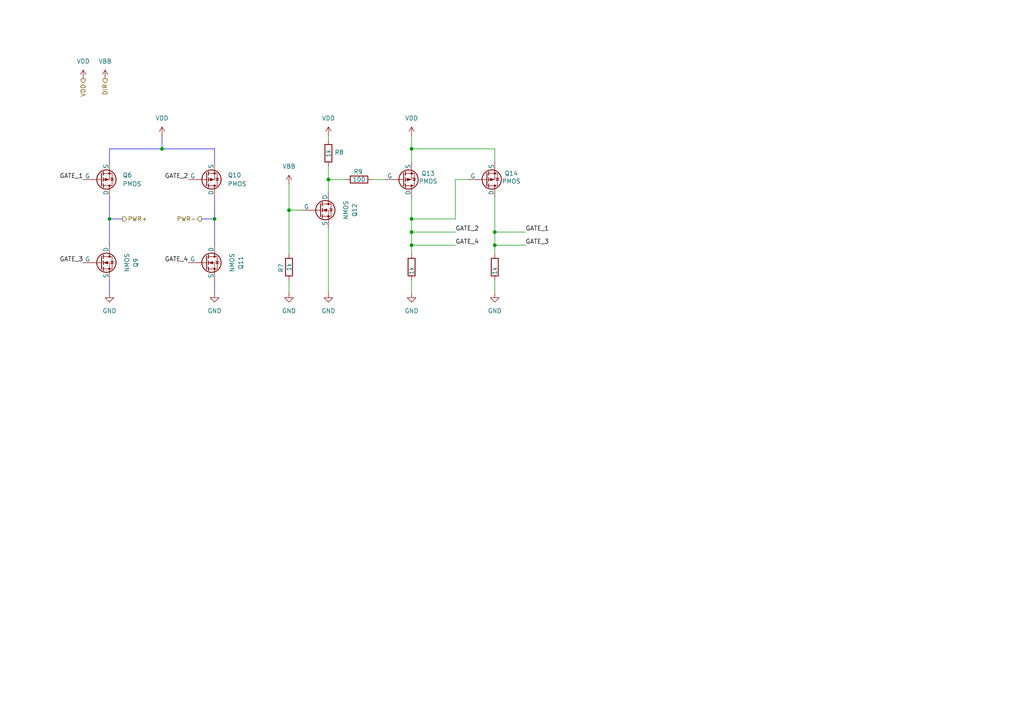
<source format=kicad_sch>
(kicad_sch (version 20250114) (generator "eeschema") (generator_version "9.0")
  (paper "A4")
  (lib_symbols
    (symbol "Device:R" (pin_numbers (hide yes)) (pin_names (offset 0))
      (property "Reference" "R" (at 2.032 0 90))
      (property "Value" "R" (at 0 0 90))
      (symbol "R_0_1"
        (rectangle (start -1.016 -2.54) (end 1.016 2.54) (stroke (width 0.254)))
      )
      (symbol "R_1_1"
        (pin passive line (at 0 3.81 270) (length 1.27) (name "~") (number "1"))
        (pin passive line (at 0 -3.81 90) (length 1.27) (name "~") (number "2"))
      )
    )
    (symbol "Simulation_SPICE:NMOS" (pin_numbers (hide yes)) (pin_names (offset 0))
      (property "Reference" "Q" (at 5.08 1.27 0))
      (property "Value" "NMOS" (at 5.08 -1.27 0))
      (symbol "NMOS_0_1"
        (polyline (pts (xy 0.254 1.905) (xy 0.254 -1.905)) (stroke (width 0.254)))
        (polyline (pts (xy 0.254 0) (xy -2.54 0)))
        (polyline (pts (xy 0.762 2.286) (xy 0.762 1.27)) (stroke (width 0.254)))
        (polyline (pts (xy 0.762 0.508) (xy 0.762 -0.508)) (stroke (width 0.254)))
        (polyline (pts (xy 0.762 -1.27) (xy 0.762 -2.286)) (stroke (width 0.254)))
        (polyline (pts (xy 0.762 -1.778) (xy 3.302 -1.778) (xy 3.302 1.778) (xy 0.762 1.778)))
        (polyline (pts (xy 1.016 0) (xy 2.032 0.381) (xy 2.032 -0.381) (xy 1.016 0)) (fill (type outline)))
        (circle (center 1.651 0) (radius 2.794) (stroke (width 0.254)))
        (polyline (pts (xy 2.54 2.54) (xy 2.54 1.778)))
        (circle (center 2.54 1.778) (radius 0.254) (fill (type outline)))
        (circle (center 2.54 -1.778) (radius 0.254) (fill (type outline)))
        (polyline (pts (xy 2.54 -2.54) (xy 2.54 0) (xy 0.762 0)))
        (polyline (pts (xy 2.794 0.508) (xy 2.921 0.381) (xy 3.683 0.381) (xy 3.81 0.254)))
        (polyline (pts (xy 3.302 0.381) (xy 2.921 -0.254) (xy 3.683 -0.254) (xy 3.302 0.381)))
      )
      (symbol "NMOS_1_1"
        (pin input line (at -5.08 0 0) (length 2.54) (name "G") (number "2"))
        (pin passive line (at 2.54 5.08 270) (length 2.54) (name "D") (number "1"))
        (pin passive line (at 2.54 -5.08 90) (length 2.54) (name "S") (number "3"))
      )
    )
    (symbol "Simulation_SPICE:PMOS" (pin_numbers (hide yes)) (pin_names (offset 0))
      (property "Reference" "Q" (at 5.08 1.27 0))
      (property "Value" "PMOS" (at 5.08 -1.27 0))
      (symbol "PMOS_0_1"
        (polyline (pts (xy 0.254 1.905) (xy 0.254 -1.905)) (stroke (width 0.254)))
        (polyline (pts (xy 0.254 0) (xy -2.54 0)))
        (polyline (pts (xy 0.762 2.286) (xy 0.762 1.27)) (stroke (width 0.254)))
        (polyline (pts (xy 0.762 1.778) (xy 3.302 1.778) (xy 3.302 -1.778) (xy 0.762 -1.778)))
        (polyline (pts (xy 0.762 0.508) (xy 0.762 -0.508)) (stroke (width 0.254)))
        (polyline (pts (xy 0.762 -1.27) (xy 0.762 -2.286)) (stroke (width 0.254)))
        (circle (center 1.651 0) (radius 2.794) (stroke (width 0.254)))
        (polyline (pts (xy 2.286 0) (xy 1.27 0.381) (xy 1.27 -0.381) (xy 2.286 0)) (fill (type outline)))
        (polyline (pts (xy 2.54 2.54) (xy 2.54 1.778)))
        (circle (center 2.54 1.778) (radius 0.254) (fill (type outline)))
        (circle (center 2.54 -1.778) (radius 0.254) (fill (type outline)))
        (polyline (pts (xy 2.54 -2.54) (xy 2.54 0) (xy 0.762 0)))
        (polyline (pts (xy 2.794 -0.508) (xy 2.921 -0.381) (xy 3.683 -0.381) (xy 3.81 -0.254)))
        (polyline (pts (xy 3.302 -0.381) (xy 2.921 0.254) (xy 3.683 0.254) (xy 3.302 -0.381)))
      )
      (symbol "PMOS_1_1"
        (pin input line (at -5.08 0 0) (length 2.54) (name "G") (number "2"))
        (pin passive line (at 2.54 5.08 270) (length 2.54) (name "D") (number "1"))
        (pin passive line (at 2.54 -5.08 90) (length 2.54) (name "S") (number "3"))
      )
    )
    (symbol "power:GND" (power) (pin_numbers (hide yes)) (pin_names (offset 0) (hide yes))
      (property "Value" "GND" (at 0 -3.81 0))
      (symbol "GND_0_1"
        (polyline (pts (xy 0 0) (xy 0 -1.27) (xy 1.27 -1.27) (xy 0 -2.54) (xy -1.27 -1.27) (xy 0 -1.27)))
      )
      (symbol "GND_1_1"
        (pin power_in line (at 0 0 270) (length 0) (name "~") (number "1"))
      )
    )
    (symbol "power:VCC" (power) (pin_numbers (hide yes)) (pin_names (offset 0) (hide yes))
      (property "Value" "VCC" (at 0 3.556 0))
      (symbol "VCC_0_1"
        (polyline (pts (xy -0.762 1.27) (xy 0 2.54)))
        (polyline (pts (xy 0 2.54) (xy 0.762 1.27)))
        (polyline (pts (xy 0 0) (xy 0 2.54)))
      )
      (symbol "VCC_1_1"
        (pin power_in line (at 0 0 90) (length 0) (name "~") (number "1"))
      )
    )
    (symbol "power:VDD" (power) (pin_numbers (hide yes)) (pin_names (offset 0) (hide yes))
      (property "Value" "VDD" (at 0 3.556 0))
      (symbol "VDD_0_1"
        (polyline (pts (xy -0.762 1.27) (xy 0 2.54)))
        (polyline (pts (xy 0 2.54) (xy 0.762 1.27)))
        (polyline (pts (xy 0 0) (xy 0 2.54)))
      )
      (symbol "VDD_1_1"
        (pin power_in line (at 0 0 90) (length 0) (name "~") (number "1"))
      )
    )
  )
  (junction (at 143.51 71.12))
  (junction (at 31.75 63.5))
  (junction (at 143.51 67.31))
  (junction (at 119.38 67.31))
  (junction (at 95.25 52.07))
  (junction (at 83.82 60.96))
  (junction (at 119.38 71.12))
  (junction (at 62.23 63.5))
  (junction (at 46.99 43.18))
  (junction (at 119.38 63.5))
  (junction (at 119.38 43.18))
  (wire (pts (xy 119.38 43.18) (xy 119.38 39.37)))
  (wire (pts (xy 132.08 52.07) (xy 132.08 63.5)))
  (wire (pts (xy 58.42 63.5) (xy 62.23 63.5)) (stroke (width 0) (color 0 0 255 1)))
  (wire (pts (xy 62.23 43.18) (xy 62.23 46.99)) (stroke (width 0) (color 0 0 255 1)))
  (wire (pts (xy 83.82 53.34) (xy 83.82 60.96)))
  (wire (pts (xy 83.82 81.28) (xy 83.82 85.09)))
  (wire (pts (xy 31.75 43.18) (xy 31.75 46.99)) (stroke (width 0) (color 0 0 255 1)))
  (wire (pts (xy 119.38 71.12) (xy 119.38 73.66)))
  (wire (pts (xy 119.38 81.28) (xy 119.38 85.09)))
  (wire (pts (xy 31.75 43.18) (xy 46.99 43.18)) (stroke (width 0) (color 0 0 255 1)))
  (wire (pts (xy 119.38 57.15) (xy 119.38 63.5)))
  (wire (pts (xy 31.75 57.15) (xy 31.75 63.5)) (stroke (width 0) (color 0 0 255 1)))
  (wire (pts (xy 95.25 66.04) (xy 95.25 85.09)))
  (wire (pts (xy 62.23 63.5) (xy 62.23 71.12)) (stroke (width 0) (color 0 0 255 1)))
  (wire (pts (xy 31.75 63.5) (xy 31.75 71.12)) (stroke (width 0) (color 0 0 255 1)))
  (wire (pts (xy 46.99 39.37) (xy 46.99 43.18)) (stroke (width 0) (color 0 0 255 1)))
  (wire (pts (xy 143.51 57.15) (xy 143.51 67.31)))
  (wire (pts (xy 143.51 81.28) (xy 143.51 85.09)))
  (wire (pts (xy 132.08 52.07) (xy 135.89 52.07)))
  (wire (pts (xy 46.99 43.18) (xy 62.23 43.18)) (stroke (width 0) (color 0 0 255 1)))
  (wire (pts (xy 119.38 67.31) (xy 119.38 71.12)))
  (wire (pts (xy 31.75 85.09) (xy 31.75 81.28)) (stroke (width 0) (color 0 0 255 1)))
  (wire (pts (xy 119.38 63.5) (xy 132.08 63.5)))
  (wire (pts (xy 119.38 71.12) (xy 132.08 71.12)))
  (wire (pts (xy 83.82 60.96) (xy 87.63 60.96)))
  (wire (pts (xy 143.51 67.31) (xy 143.51 71.12)))
  (wire (pts (xy 119.38 43.18) (xy 119.38 46.99)))
  (wire (pts (xy 143.51 67.31) (xy 152.4 67.31)))
  (wire (pts (xy 95.25 39.37) (xy 95.25 40.64)))
  (wire (pts (xy 62.23 85.09) (xy 62.23 81.28)) (stroke (width 0) (color 0 0 255 1)))
  (wire (pts (xy 83.82 73.66) (xy 83.82 60.96)))
  (wire (pts (xy 95.25 48.26) (xy 95.25 52.07)))
  (wire (pts (xy 107.95 52.07) (xy 111.76 52.07)))
  (wire (pts (xy 119.38 43.18) (xy 143.51 43.18)))
  (wire (pts (xy 62.23 57.15) (xy 62.23 63.5)) (stroke (width 0) (color 0 0 255 1)))
  (wire (pts (xy 100.33 52.07) (xy 95.25 52.07)))
  (wire (pts (xy 95.25 52.07) (xy 95.25 55.88)))
  (wire (pts (xy 143.51 43.18) (xy 143.51 46.99)))
  (wire (pts (xy 119.38 63.5) (xy 119.38 67.31)))
  (wire (pts (xy 143.51 71.12) (xy 152.4 71.12)))
  (wire (pts (xy 119.38 67.31) (xy 132.08 67.31)))
  (wire (pts (xy 143.51 71.12) (xy 143.51 73.66)))
  (wire (pts (xy 31.75 63.5) (xy 35.56 63.5)) (stroke (width 0) (color 0 0 255 1)))
  (label "GATE_3" (at 24.13 76.2 180))
  (label "GATE_2" (at 54.61 52.07 180))
  (label "GATE_1" (at 24.13 52.07 180))
  (label "GATE_1" (at 152.4 67.31 0))
  (label "GATE_4" (at 54.61 76.2 180))
  (label "GATE_2" (at 132.08 67.31 0))
  (label "GATE_3" (at 152.4 71.12 0))
  (label "GATE_4" (at 132.08 71.12 0))
  (hierarchical_label "PWR+" (shape output) (at 35.56 63.5 0))
  (hierarchical_label "DIR" (shape output) (at 30.48 22.86 270))
  (hierarchical_label "PWR-" (shape output) (at 58.42 63.5 180))
  (hierarchical_label "VDD" (shape output) (at 24.13 22.86 270))
  (symbol (lib_id "Device:R") (at 104.14 52.07 270) (unit 1)
    (property "Reference" "R4" (at 103.886 49.784 90))
    (property "Value" "100" (at 104.14 52.07 90))
    (property "Description" "Resistor" (effects (hide yes)))
    (instances (project "motor" (path "" (reference "R9") (unit 1)) (path "" (reference "R4") (unit 1))))
  )
  (symbol (lib_id "power:GND") (at 119.38 85.09 0) (unit 1)
    (property "Reference" "#PWR06" (effects (hide yes)))
    (property "Value" "GND" (at 119.38 90.17 0))
    (property "Description" "Power symbol creates a global label with name \"GND\" , ground" (effects (hide yes)))
    (instances (project "motor" (path "" (reference "#PWR031") (unit 1)) (path "" (reference "#PWR06") (unit 1))))
  )
  (symbol (lib_id "Simulation_SPICE:PMOS") (at 29.21 52.07 0) (mirror x) (unit 1)
    (property "Reference" "Q8" (at 35.56 50.7999 0) (effects (justify left)))
    (property "Value" "PMOS" (at 35.56 53.3399 0) (effects (justify left)))
    (property "Datasheet" "https://ngspice.sourceforge.io/docs/ngspice-html-manual/manual.xhtml#cha_MOSFETs" (effects (hide yes)))
    (property "Description" "P-MOSFET transistor, drain/source/gate" (effects (hide yes)))
    (property "Sim.Device" "PMOS" (effects (hide yes)))
    (property "Sim.Type" "VDMOS" (effects (hide yes)))
    (property "Sim.Pins" "1=D 2=G 3=S" (effects (hide yes)))
    (instances (project "motor" (path "" (reference "Q6") (unit 1)) (path "" (reference "Q8") (unit 1))))
  )
  (symbol (lib_id "power:VDD") (at 24.13 22.86 0) (unit 1)
    (property "Reference" "#PWR027" (effects (hide yes)))
    (property "Value" "VDD" (at 24.13 17.78 0))
    (property "Description" "Power symbol creates a global label with name \"VDD\"" (effects (hide yes)))
    (instances (project "motor" (path "" (reference "#PWR01") (unit 1)) (path "" (reference "#PWR027") (unit 1))))
  )
  (symbol (lib_id "power:VDD") (at 119.38 39.37 0) (unit 1)
    (property "Reference" "#PWR011" (effects (hide yes)))
    (property "Value" "VDD" (at 119.38 34.29 0))
    (property "Description" "Power symbol creates a global label with name \"VDD\"" (effects (hide yes)))
    (instances (project "motor" (path "" (reference "#PWR026") (unit 1)) (path "" (reference "#PWR011") (unit 1))))
  )
  (symbol (lib_id "power:GND") (at 62.23 85.09 0) (unit 1)
    (property "Reference" "#PWR04" (effects (hide yes)))
    (property "Value" "GND" (at 62.23 90.17 0))
    (property "Description" "Power symbol creates a global label with name \"GND\" , ground" (effects (hide yes)))
    (instances (project "motor" (path "" (reference "#PWR018") (unit 1)) (path "" (reference "#PWR04") (unit 1))))
  )
  (symbol (lib_id "Device:R") (at 95.25 44.45 0) (unit 1)
    (property "Reference" "R6" (at 97.028 44.196 0) (effects (justify left)))
    (property "Value" "1k" (at 95.25 45.72 90) (effects (justify left)))
    (property "Description" "Resistor" (effects (hide yes)))
    (instances (project "motor" (path "" (reference "R8") (unit 1)) (path "" (reference "R6") (unit 1))))
  )
  (symbol (lib_id "power:VCC") (at 83.82 53.34 0) (unit 1)
    (property "Reference" "#PWR016" (effects (hide yes)))
    (property "Value" "VBB" (at 83.82 48.26 0))
    (property "Description" "Power symbol creates a global label with name \"VCC\"" (effects (hide yes)))
    (instances (project "motor" (path "" (reference "#PWR019") (unit 1)) (path "" (reference "#PWR016") (unit 1))))
  )
  (symbol (lib_id "Device:R") (at 119.38 77.47 0) (unit 1)
    (property "Reference" "R2" (effects (hide yes)))
    (property "Value" "1k" (at 119.38 79.756 90) (effects (justify left)))
    (property "Description" "Resistor" (effects (hide yes)))
    (instances (project "motor" (path "" (reference "R10") (unit 1)) (path "" (reference "R2") (unit 1))))
  )
  (symbol (lib_id "Simulation_SPICE:PMOS") (at 140.97 52.07 0) (mirror x) (unit 1)
    (property "Reference" "Q4" (at 146.304 50.292 0) (effects (justify left)))
    (property "Value" "PMOS" (at 145.542 52.578 0) (effects (justify left)))
    (property "Datasheet" "https://ngspice.sourceforge.io/docs/ngspice-html-manual/manual.xhtml#cha_MOSFETs" (effects (hide yes)))
    (property "Description" "P-MOSFET transistor, drain/source/gate" (effects (hide yes)))
    (property "Sim.Device" "PMOS" (effects (hide yes)))
    (property "Sim.Type" "VDMOS" (effects (hide yes)))
    (property "Sim.Pins" "1=D 2=G 3=S" (effects (hide yes)))
    (instances (project "motor" (path "" (reference "Q14") (unit 1)) (path "" (reference "Q4") (unit 1))))
  )
  (symbol (lib_id "Simulation_SPICE:PMOS") (at 59.69 52.07 0) (mirror x) (unit 1)
    (property "Reference" "Q7" (at 66.04 50.7999 0) (effects (justify left)))
    (property "Value" "PMOS" (at 66.04 53.3399 0) (effects (justify left)))
    (property "Datasheet" "https://ngspice.sourceforge.io/docs/ngspice-html-manual/manual.xhtml#cha_MOSFETs" (effects (hide yes)))
    (property "Description" "P-MOSFET transistor, drain/source/gate" (effects (hide yes)))
    (property "Sim.Device" "PMOS" (effects (hide yes)))
    (property "Sim.Type" "VDMOS" (effects (hide yes)))
    (property "Sim.Pins" "1=D 2=G 3=S" (effects (hide yes)))
    (instances (project "motor" (path "" (reference "Q10") (unit 1)) (path "" (reference "Q7") (unit 1))))
  )
  (symbol (lib_id "power:GND") (at 31.75 85.09 0) (unit 1)
    (property "Reference" "#PWR03" (effects (hide yes)))
    (property "Value" "GND" (at 31.75 90.17 0))
    (property "Description" "Power symbol creates a global label with name \"GND\" , ground" (effects (hide yes)))
    (instances (project "motor" (path "" (reference "#PWR014") (unit 1)) (path "" (reference "#PWR03") (unit 1))))
  )
  (symbol (lib_id "Simulation_SPICE:NMOS") (at 59.69 76.2 0) (unit 1)
    (property "Reference" "Q1" (at 69.85 76.2 90))
    (property "Value" "NMOS" (at 67.31 76.2 90))
    (property "Datasheet" "https://ngspice.sourceforge.io/docs/ngspice-html-manual/manual.xhtml#cha_MOSFETs" (effects (hide yes)))
    (property "Description" "N-MOSFET transistor, drain/source/gate" (effects (hide yes)))
    (property "Sim.Device" "NMOS" (effects (hide yes)))
    (property "Sim.Type" "VDMOS" (effects (hide yes)))
    (property "Sim.Pins" "1=D 2=G 3=S" (effects (hide yes)))
    (instances (project "motor" (path "" (reference "Q11") (unit 1)) (path "" (reference "Q1") (unit 1))))
  )
  (symbol (lib_id "Simulation_SPICE:NMOS") (at 29.21 76.2 0) (unit 1)
    (property "Reference" "Q2" (at 39.37 76.2 90))
    (property "Value" "NMOS" (at 36.83 76.2 90))
    (property "Datasheet" "https://ngspice.sourceforge.io/docs/ngspice-html-manual/manual.xhtml#cha_MOSFETs" (effects (hide yes)))
    (property "Description" "N-MOSFET transistor, drain/source/gate" (effects (hide yes)))
    (property "Sim.Device" "NMOS" (effects (hide yes)))
    (property "Sim.Type" "VDMOS" (effects (hide yes)))
    (property "Sim.Pins" "1=D 2=G 3=S" (effects (hide yes)))
    (instances (project "motor" (path "" (reference "Q9") (unit 1)) (path "" (reference "Q2") (unit 1))))
  )
  (symbol (lib_id "power:VCC") (at 30.48 22.86 0) (unit 1)
    (property "Reference" "#PWR028" (effects (hide yes)))
    (property "Value" "VBB" (at 30.48 17.78 0))
    (property "Description" "Power symbol creates a global label with name \"VCC\"" (effects (hide yes)))
    (instances (project "motor" (path "" (reference "#PWR010") (unit 1)) (path "" (reference "#PWR028") (unit 1))))
  )
  (symbol (lib_id "Device:R") (at 143.51 77.47 0) (unit 1)
    (property "Reference" "R5" (effects (hide yes)))
    (property "Value" "1k" (at 143.51 79.756 90) (effects (justify left)))
    (property "Description" "Resistor" (effects (hide yes)))
    (instances (project "motor" (path "" (reference "R12") (unit 1)) (path "" (reference "R5") (unit 1))))
  )
  (symbol (lib_id "power:GND") (at 83.82 85.09 0) (unit 1)
    (property "Reference" "#PWR025" (effects (hide yes)))
    (property "Value" "GND" (at 83.82 90.17 0))
    (property "Description" "Power symbol creates a global label with name \"GND\" , ground" (effects (hide yes)))
    (instances (project "motor" (path "" (reference "#PWR020") (unit 1)) (path "" (reference "#PWR025") (unit 1))))
  )
  (symbol (lib_id "Simulation_SPICE:PMOS") (at 116.84 52.07 0) (mirror x) (unit 1)
    (property "Reference" "Q3" (at 122.174 50.292 0) (effects (justify left)))
    (property "Value" "PMOS" (at 121.412 52.578 0) (effects (justify left)))
    (property "Datasheet" "https://ngspice.sourceforge.io/docs/ngspice-html-manual/manual.xhtml#cha_MOSFETs" (effects (hide yes)))
    (property "Description" "P-MOSFET transistor, drain/source/gate" (effects (hide yes)))
    (property "Sim.Device" "PMOS" (effects (hide yes)))
    (property "Sim.Type" "VDMOS" (effects (hide yes)))
    (property "Sim.Pins" "1=D 2=G 3=S" (effects (hide yes)))
    (instances (project "motor" (path "" (reference "Q13") (unit 1)) (path "" (reference "Q3") (unit 1))))
  )
  (symbol (lib_id "power:VDD") (at 95.25 39.37 0) (unit 1)
    (property "Reference" "#PWR08" (effects (hide yes)))
    (property "Value" "VDD" (at 95.25 34.29 0))
    (property "Description" "Power symbol creates a global label with name \"VDD\"" (effects (hide yes)))
    (instances (project "motor" (path "" (reference "#PWR021") (unit 1)) (path "" (reference "#PWR08") (unit 1))))
  )
  (symbol (lib_id "power:GND") (at 95.25 85.09 0) (unit 1)
    (property "Reference" "#PWR09" (effects (hide yes)))
    (property "Value" "GND" (at 95.25 90.17 0))
    (property "Description" "Power symbol creates a global label with name \"GND\" , ground" (effects (hide yes)))
    (instances (project "motor" (path "" (reference "#PWR022") (unit 1)) (path "" (reference "#PWR09") (unit 1))))
  )
  (symbol (lib_id "Simulation_SPICE:NMOS") (at 92.71 60.96 0) (unit 1)
    (property "Reference" "Q5" (at 102.87 60.96 90))
    (property "Value" "NMOS" (at 100.33 60.96 90))
    (property "Datasheet" "https://ngspice.sourceforge.io/docs/ngspice-html-manual/manual.xhtml#cha_MOSFETs" (effects (hide yes)))
    (property "Description" "N-MOSFET transistor, drain/source/gate" (effects (hide yes)))
    (property "Sim.Device" "NMOS" (effects (hide yes)))
    (property "Sim.Type" "VDMOS" (effects (hide yes)))
    (property "Sim.Pins" "1=D 2=G 3=S" (effects (hide yes)))
    (instances (project "motor" (path "" (reference "Q12") (unit 1)) (path "" (reference "Q5") (unit 1))))
  )
  (symbol (lib_id "Device:R") (at 83.82 77.47 0) (unit 1)
    (property "Reference" "R11" (at 81.534 77.724 90))
    (property "Value" "1k" (at 83.82 77.47 90))
    (property "Description" "Resistor" (effects (hide yes)))
    (instances (project "motor" (path "" (reference "R7") (unit 1)) (path "" (reference "R11") (unit 1))))
  )
  (symbol (lib_id "power:VDD") (at 46.99 39.37 0) (unit 1)
    (property "Reference" "#PWR012" (effects (hide yes)))
    (property "Value" "VDD" (at 46.99 34.29 0))
    (property "Description" "Power symbol creates a global label with name \"VDD\"" (effects (hide yes)))
    (instances (project "motor" (path "" (reference "#PWR017") (unit 1)) (path "" (reference "#PWR012") (unit 1))))
  )
  (symbol (lib_id "power:GND") (at 143.51 85.09 0) (unit 1)
    (property "Reference" "#PWR05" (effects (hide yes)))
    (property "Value" "GND" (at 143.51 90.17 0))
    (property "Description" "Power symbol creates a global label with name \"GND\" , ground" (effects (hide yes)))
    (instances (project "motor" (path "" (reference "#PWR032") (unit 1)) (path "" (reference "#PWR05") (unit 1))))
  )
)
</source>
